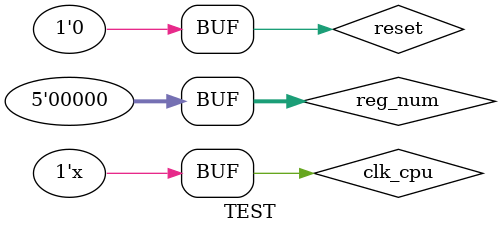
<source format=v>
`timescale 1ns / 1ps


module TEST;

	// Inputs
	reg clk_cpu;
	reg reset;
	reg [4:0] reg_num;

	// Outputs
	wire [31:0] pc_out;
	wire [31:0] inst_out;
	wire [31:0] register;

	// Instantiate the Unit Under Test (UUT)
	singal_cpu uut (
		.clk_cpu(clk_cpu), 
		.reset(reset), 
		.reg_num(reg_num), 
		.pc_out(pc_out), 
		.inst_out(inst_out), 
		.register(register)
	);

	initial begin
		// Initialize Inputs
		clk_cpu = 0;
		reset = 0;
		reg_num = 0;

		// Wait 100 ns for global reset to finish
		#100;
        
		// Add stimulus here
	end
   
	always begin
			#20;
			clk_cpu=~clk_cpu;
	end
endmodule


</source>
